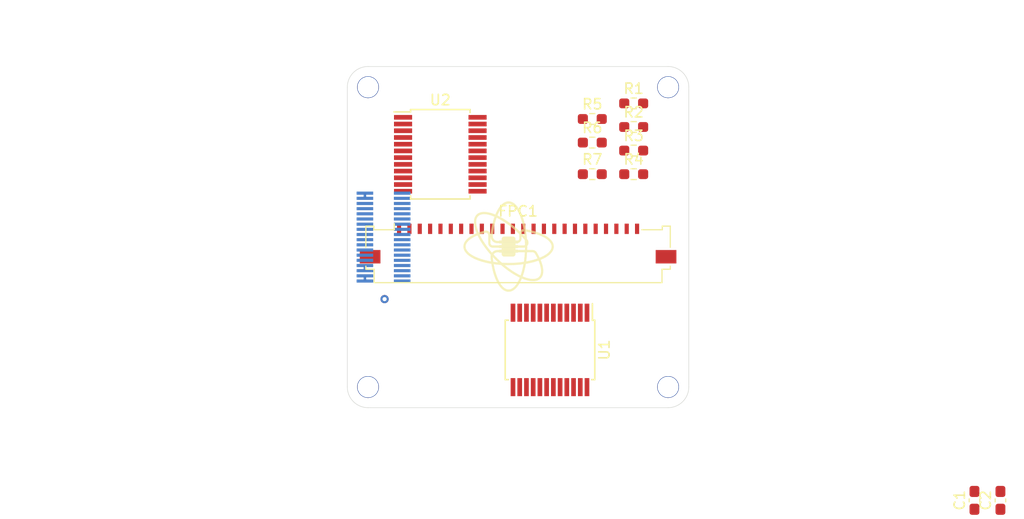
<source format=kicad_pcb>
(kicad_pcb (version 20221018) (generator pcbnew)
  (title_block (title "Movuino base shield") (date "2023-10-23") (rev "1.0") (company "Movuino"))
  (layers (0 "F.Cu" signal) (31 "B.Cu" signal) (34 "B.Paste" user) (35 "F.Paste" user) (36 "B.SilkS" user "B.Silkscreen") (37 "F.SilkS" user "F.Silkscreen") (38 "B.Mask" user) (39 "F.Mask" user) (44 "Edge.Cuts" user))
  (net 0 "")
  (net 1 "GND")
  (net 3 "+5V")
  (net 5 "/IO39")
  (net 6 "/BATT")
  (net 8 "/VBATT")
  (net 10 "/PB")
  (net 12 "/RESET")
  (net 13 "/IO32")
  (net 14 "/GPIO0")
  (net 15 "/IO33")
  (net 16 "/RXD")
  (net 17 "/IO25")
  (net 18 "/TXD")
  (net 19 "/IO26")
  (net 20 "/SCK")
  (net 21 "/IO27")
  (net 22 "/MOSI")
  (net 23 "/IO14")
  (net 24 "/MISO")
  (net 26 "/SDA")
  (net 27 "/IO12")
  (net 28 "/SCL")
  (net 30 "+3.3V")
  (net 32 "/IO5")
  (net 33 "/IO2")
  (net 35 "/COL6")
  (net 36 "/COL5")
  (net 37 "/COL4")
  (net 38 "/COL3")
  (net 39 "/COL2")
  (net 40 "/COL1")
  (net 41 "/COL0")
  (net 43 "/ROW7")
  (net 44 "/ROW6")
  (net 45 "/ROW5")
  (net 46 "/ROW4")
  (net 47 "/ROW3")
  (net 48 "/ROW2")
  (net 49 "/ROW1")
  (net 50 "/ROW0")
  (net 51 "/ROW14")
  (net 52 "/ROW13")
  (net 53 "/ROW12")
  (net 54 "/ROW11")
  (net 55 "/ROW10")
  (net 56 "/ROW9")
  (net 57 "/ROW8")
  (footprint "MountingHole:MountingHole_2.1mm" (layer "F.Cu") (at 122.000014 117.999986)
    (fp_text reference "REF**" hide)
    (fp_text value "MountingHole_2.1mm")
    (pad "" np_thru_hole circle (at 0 0) (size 2.1 2.1) (drill 2) (layers "*.Cu" "*.Mask"))
  )
  (footprint "MountingHole:MountingHole_2.1mm" (layer "F.Cu") (at 122.000014 88.999986)
    (fp_text reference "REF**" hide)
    (fp_text value "MountingHole_2.1mm")
    (pad "" np_thru_hole circle (at 0 0) (size 2.1 2.1) (drill 2) (layers "*.Cu" "B.Mask"))
  )
  (footprint "MovuinoESP8266:LOGO-NoName_MOVUINO_BMP_11MM-TOP" (layer "F.Cu") (at 135.20616 104.07452)
    (fp_text reference "U$8" hide)
    (fp_text value "LOGO_MOVUINOBOTTOM_11MM" hide)
  )
  (footprint "Resistor_SMD:R_0603_1608Metric_Pad0.98x0.95mm_HandSolder" (layer "F.Cu") (at 143.6733 97.4142)
    (fp_text reference "R7" (at 0 -1.43) (layer "F.SilkS"))
    (fp_text value "10k")
    (pad "1" smd roundrect (at -0.9125 0) (size 0.975 0.95) (layers "F.Cu" "F.Paste" "F.Mask") (net 1 "GND"))
    (pad "2" smd roundrect (at 0.9125 0) (size 0.975 0.95) (layers "F.Cu" "F.Paste" "F.Mask") (net 35 "/COL6"))
  )
  (footprint "Resistor_SMD:R_0603_1608Metric_Pad0.98x0.95mm_HandSolder" (layer "F.Cu") (at 143.6733 92.0762)
    (fp_text reference "R5" (at 0 -1.43) (layer "F.SilkS"))
    (fp_text value "10k")
    (pad "1" smd roundrect (at -0.9125 0) (size 0.975 0.95) (layers "F.Cu" "F.Paste" "F.Mask") (net 1 "GND"))
    (pad "2" smd roundrect (at 0.9125 0) (size 0.975 0.95) (layers "F.Cu" "F.Paste" "F.Mask") (net 37 "/COL4"))
  )
  (footprint "Resistor_SMD:R_0603_1608Metric_Pad0.98x0.95mm_HandSolder" (layer "F.Cu") (at 147.6733 95.1322)
    (fp_text reference "R3" (at 0 -1.43) (layer "F.SilkS"))
    (fp_text value "10k")
    (pad "1" smd roundrect (at -0.9125 0) (size 0.975 0.95) (layers "F.Cu" "F.Paste" "F.Mask") (net 1 "GND"))
    (pad "2" smd roundrect (at 0.9125 0) (size 0.975 0.95) (layers "F.Cu" "F.Paste" "F.Mask") (net 39 "/COL2"))
  )
  (footprint "Capacitor_SMD:C_0603_1608Metric_Pad1.08x0.95mm_HandSolder" (layer "F.Cu") (at 183.1158 128.9667 90)
    (fp_text reference "C2" (at 0 -1.43 90) (layer "F.SilkS"))
    (fp_text value "10µ")
    (pad "1" smd roundrect (at -0.8625 0 90) (size 1.075 0.95) (layers "F.Cu" "F.Paste" "F.Mask") (net 30 "+3.3V"))
    (pad "2" smd roundrect (at 0.8625 0 90) (size 1.075 0.95) (layers "F.Cu" "F.Paste" "F.Mask") (net 1 "GND"))
  )
  (footprint "Capacitor_SMD:C_0603_1608Metric_Pad1.08x0.95mm_HandSolder" (layer "F.Cu") (at 180.6058 128.9667 90)
    (fp_text reference "C1" (at 0 -1.43 90) (layer "F.SilkS"))
    (fp_text value "0.1µ")
    (pad "1" smd roundrect (at -0.8625 0 90) (size 1.075 0.95) (layers "F.Cu" "F.Paste" "F.Mask") (net 30 "+3.3V"))
    (pad "2" smd roundrect (at 0.8625 0 90) (size 1.075 0.95) (layers "F.Cu" "F.Paste" "F.Mask") (net 1 "GND"))
  )
  (footprint "Connector_FFC-FPC:Molex_200528-0240_1x24-1MP_P1.00mm_Horizontal" (layer "F.Cu") (at 136.5 103.61)
    (fp_text reference "FPC1" (at 0 -2.61) (layer "F.SilkS"))
    (fp_text value "Conn_01x24")
    (pad "1" smd rect (at -11.5 -0.91) (size 0.4 1) (layers "F.Cu" "F.Paste" "F.Mask"))
    (pad "2" smd rect (at -10.5 -0.91) (size 0.4 1) (layers "F.Cu" "F.Paste" "F.Mask") (net 50 "/ROW0"))
    (pad "3" smd rect (at -9.5 -0.91) (size 0.4 1) (layers "F.Cu" "F.Paste" "F.Mask") (net 49 "/ROW1"))
    (pad "4" smd rect (at -8.5 -0.91) (size 0.4 1) (layers "F.Cu" "F.Paste" "F.Mask") (net 48 "/ROW2"))
    (pad "5" smd rect (at -7.5 -0.91) (size 0.4 1) (layers "F.Cu" "F.Paste" "F.Mask") (net 47 "/ROW3"))
    (pad "6" smd rect (at -6.5 -0.91) (size 0.4 1) (layers "F.Cu" "F.Paste" "F.Mask") (net 46 "/ROW4"))
    (pad "7" smd rect (at -5.5 -0.91) (size 0.4 1) (layers "F.Cu" "F.Paste" "F.Mask") (net 45 "/ROW5"))
    (pad "8" smd rect (at -4.5 -0.91) (size 0.4 1) (layers "F.Cu" "F.Paste" "F.Mask") (net 44 "/ROW6"))
    (pad "9" smd rect (at -3.5 -0.91) (size 0.4 1) (layers "F.Cu" "F.Paste" "F.Mask") (net 43 "/ROW7"))
    (pad "10" smd rect (at -2.5 -0.91) (size 0.4 1) (layers "F.Cu" "F.Paste" "F.Mask") (net 57 "/ROW8"))
    (pad "11" smd rect (at -1.5 -0.91) (size 0.4 1) (layers "F.Cu" "F.Paste" "F.Mask") (net 56 "/ROW9"))
    (pad "12" smd rect (at -0.5 -0.91) (size 0.4 1) (layers "F.Cu" "F.Paste" "F.Mask") (net 55 "/ROW10"))
    (pad "13" smd rect (at 0.5 -0.91) (size 0.4 1) (layers "F.Cu" "F.Paste" "F.Mask") (net 54 "/ROW11"))
    (pad "14" smd rect (at 1.5 -0.91) (size 0.4 1) (layers "F.Cu" "F.Paste" "F.Mask") (net 53 "/ROW12"))
    (pad "15" smd rect (at 2.5 -0.91) (size 0.4 1) (layers "F.Cu" "F.Paste" "F.Mask") (net 52 "/ROW13"))
    (pad "16" smd rect (at 3.5 -0.91) (size 0.4 1) (layers "F.Cu" "F.Paste" "F.Mask") (net 51 "/ROW14"))
    (pad "17" smd rect (at 4.5 -0.91) (size 0.4 1) (layers "F.Cu" "F.Paste" "F.Mask") (net 35 "/COL6"))
    (pad "18" smd rect (at 5.5 -0.91) (size 0.4 1) (layers "F.Cu" "F.Paste" "F.Mask") (net 36 "/COL5"))
    (pad "19" smd rect (at 6.5 -0.91) (size 0.4 1) (layers "F.Cu" "F.Paste" "F.Mask") (net 37 "/COL4"))
    (pad "20" smd rect (at 7.5 -0.91) (size 0.4 1) (layers "F.Cu" "F.Paste" "F.Mask") (net 38 "/COL3"))
    (pad "21" smd rect (at 8.5 -0.91) (size 0.4 1) (layers "F.Cu" "F.Paste" "F.Mask") (net 39 "/COL2"))
    (pad "22" smd rect (at 9.5 -0.91) (size 0.4 1) (layers "F.Cu" "F.Paste" "F.Mask") (net 40 "/COL1"))
    (pad "23" smd rect (at 10.5 -0.91) (size 0.4 1) (layers "F.Cu" "F.Paste" "F.Mask") (net 41 "/COL0"))
    (pad "24" smd rect (at 11.5 -0.91) (size 0.4 1) (layers "F.Cu" "F.Paste" "F.Mask"))
    (pad "MP" smd rect (at -14.3 1.79) (size 2 1.3) (layers "F.Cu" "F.Paste" "F.Mask"))
    (pad "MP" smd rect (at 14.3 1.79) (size 2 1.3) (layers "F.Cu" "F.Paste" "F.Mask"))
  )
  (footprint "Resistor_SMD:R_0603_1608Metric_Pad0.98x0.95mm_HandSolder" (layer "F.Cu") (at 147.6733 90.5682)
    (fp_text reference "R1" (at 0 -1.43) (layer "F.SilkS"))
    (fp_text value "10k")
    (pad "1" smd roundrect (at -0.9125 0) (size 0.975 0.95) (layers "F.Cu" "F.Paste" "F.Mask") (net 1 "GND"))
    (pad "2" smd roundrect (at 0.9125 0) (size 0.975 0.95) (layers "F.Cu" "F.Paste" "F.Mask") (net 41 "/COL0"))
  )
  (footprint "Package_SO:SSOP-24_5.3x8.2mm_P0.65mm" (layer "F.Cu") (at 139.5858 114.4142 -90)
    (fp_text reference "U1" (at 0 -5.25 90) (layer "F.SilkS"))
    (fp_text value "CD74HC4067SM")
    (pad "1" smd rect (at -3.6 -3.575 270) (size 1.75 0.45) (layers "F.Cu" "F.Paste" "F.Mask") (net 5 "/IO39"))
    (pad "2" smd rect (at -3.6 -2.925 270) (size 1.75 0.45) (layers "F.Cu" "F.Paste" "F.Mask"))
    (pad "3" smd rect (at -3.6 -2.275 270) (size 1.75 0.45) (layers "F.Cu" "F.Paste" "F.Mask") (net 35 "/COL6"))
    (pad "4" smd rect (at -3.6 -1.625 270) (size 1.75 0.45) (layers "F.Cu" "F.Paste" "F.Mask") (net 36 "/COL5"))
    (pad "5" smd rect (at -3.6 -0.975 270) (size 1.75 0.45) (layers "F.Cu" "F.Paste" "F.Mask") (net 37 "/COL4"))
    (pad "6" smd rect (at -3.6 -0.325 270) (size 1.75 0.45) (layers "F.Cu" "F.Paste" "F.Mask") (net 38 "/COL3"))
    (pad "7" smd rect (at -3.6 0.325 270) (size 1.75 0.45) (layers "F.Cu" "F.Paste" "F.Mask") (net 39 "/COL2"))
    (pad "8" smd rect (at -3.6 0.975 270) (size 1.75 0.45) (layers "F.Cu" "F.Paste" "F.Mask") (net 40 "/COL1"))
    (pad "9" smd rect (at -3.6 1.625 270) (size 1.75 0.45) (layers "F.Cu" "F.Paste" "F.Mask") (net 41 "/COL0"))
    (pad "10" smd rect (at -3.6 2.275 270) (size 1.75 0.45) (layers "F.Cu" "F.Paste" "F.Mask") (net 13 "/IO32"))
    (pad "11" smd rect (at -3.6 2.925 270) (size 1.75 0.45) (layers "F.Cu" "F.Paste" "F.Mask") (net 15 "/IO33"))
    (pad "12" smd rect (at -3.6 3.575 270) (size 1.75 0.45) (layers "F.Cu" "F.Paste" "F.Mask") (net 1 "GND"))
    (pad "13" smd rect (at 3.6 3.575 270) (size 1.75 0.45) (layers "F.Cu" "F.Paste" "F.Mask") (net 19 "/IO26"))
    (pad "14" smd rect (at 3.6 2.925 270) (size 1.75 0.45) (layers "F.Cu" "F.Paste" "F.Mask") (net 17 "/IO25"))
    (pad "15" smd rect (at 3.6 2.275 270) (size 1.75 0.45) (layers "F.Cu" "F.Paste" "F.Mask") (net 1 "GND"))
    (pad "16" smd rect (at 3.6 1.625 270) (size 1.75 0.45) (layers "F.Cu" "F.Paste" "F.Mask"))
    (pad "17" smd rect (at 3.6 0.975 270) (size 1.75 0.45) (layers "F.Cu" "F.Paste" "F.Mask"))
    (pad "18" smd rect (at 3.6 0.325 270) (size 1.75 0.45) (layers "F.Cu" "F.Paste" "F.Mask"))
    (pad "19" smd rect (at 3.6 -0.325 270) (size 1.75 0.45) (layers "F.Cu" "F.Paste" "F.Mask"))
    (pad "20" smd rect (at 3.6 -0.975 270) (size 1.75 0.45) (layers "F.Cu" "F.Paste" "F.Mask"))
    (pad "21" smd rect (at 3.6 -1.625 270) (size 1.75 0.45) (layers "F.Cu" "F.Paste" "F.Mask"))
    (pad "22" smd rect (at 3.6 -2.275 270) (size 1.75 0.45) (layers "F.Cu" "F.Paste" "F.Mask"))
    (pad "23" smd rect (at 3.6 -2.925 270) (size 1.75 0.45) (layers "F.Cu" "F.Paste" "F.Mask"))
    (pad "24" smd rect (at 3.6 -3.575 270) (size 1.75 0.45) (layers "F.Cu" "F.Paste" "F.Mask") (net 30 "+3.3V"))
  )
  (footprint "Resistor_SMD:R_0603_1608Metric_Pad0.98x0.95mm_HandSolder" (layer "F.Cu") (at 147.6733 92.8502)
    (fp_text reference "R2" (at 0 -1.43) (layer "F.SilkS"))
    (fp_text value "10k")
    (pad "1" smd roundrect (at -0.9125 0) (size 0.975 0.95) (layers "F.Cu" "F.Paste" "F.Mask") (net 1 "GND"))
    (pad "2" smd roundrect (at 0.9125 0) (size 0.975 0.95) (layers "F.Cu" "F.Paste" "F.Mask") (net 40 "/COL1"))
  )
  (footprint "Resistor_SMD:R_0603_1608Metric_Pad0.98x0.95mm_HandSolder" (layer "F.Cu") (at 143.6733 94.3582)
    (fp_text reference "R6" (at 0 -1.43) (layer "F.SilkS"))
    (fp_text value "10k")
    (pad "1" smd roundrect (at -0.9125 0) (size 0.975 0.95) (layers "F.Cu" "F.Paste" "F.Mask") (net 1 "GND"))
    (pad "2" smd roundrect (at 0.9125 0) (size 0.975 0.95) (layers "F.Cu" "F.Paste" "F.Mask") (net 36 "/COL5"))
  )
  (footprint "" (layer "F.Cu") (at 151.000014 117.999986)
    (fp_text reference "" (at 0 0) (layer "F.SilkS") (effects (font (size 1.27 1.27))))
    (fp_text value "" (at 0 0) (layer "F.SilkS") (effects (font (size 1.27 1.27))))
    (pad "" np_thru_hole circle (at 0 0) (size 2.1 2.1) (drill 2) (layers "*.Cu" "*.Mask"))
  )
  (footprint "" (layer "F.Cu") (at 122.000014 88.999986)
    (fp_text reference "" (at 0 0) (layer "F.SilkS") (effects (font (size 1.27 1.27))))
    (fp_text value "" (at 0 0) (layer "F.SilkS") (effects (font (size 1.27 1.27))))
    (pad "" np_thru_hole circle (at 29 0) (size 2.1 2.1) (drill 2) (layers "*.Cu" "B.Mask"))
  )
  (footprint "Package_SO:SSOP-24_5.3x8.2mm_P0.65mm" (layer "F.Cu") (at 128.9858 95.4892)
    (fp_text reference "U2" (at 0 -5.25) (layer "F.SilkS"))
    (fp_text value "CD74HC4067SM")
    (pad "1" smd rect (at -3.6 -3.575) (size 1.75 0.45) (layers "F.Cu" "F.Paste" "F.Mask") (net 33 "/IO2"))
    (pad "2" smd rect (at -3.6 -2.925) (size 1.75 0.45) (layers "F.Cu" "F.Paste" "F.Mask") (net 43 "/ROW7"))
    (pad "3" smd rect (at -3.6 -2.275) (size 1.75 0.45) (layers "F.Cu" "F.Paste" "F.Mask") (net 44 "/ROW6"))
    (pad "4" smd rect (at -3.6 -1.625) (size 1.75 0.45) (layers "F.Cu" "F.Paste" "F.Mask") (net 45 "/ROW5"))
    (pad "5" smd rect (at -3.6 -0.975) (size 1.75 0.45) (layers "F.Cu" "F.Paste" "F.Mask") (net 46 "/ROW4"))
    (pad "6" smd rect (at -3.6 -0.325) (size 1.75 0.45) (layers "F.Cu" "F.Paste" "F.Mask") (net 47 "/ROW3"))
    (pad "7" smd rect (at -3.6 0.325) (size 1.75 0.45) (layers "F.Cu" "F.Paste" "F.Mask") (net 48 "/ROW2"))
    (pad "8" smd rect (at -3.6 0.975) (size 1.75 0.45) (layers "F.Cu" "F.Paste" "F.Mask") (net 49 "/ROW1"))
    (pad "9" smd rect (at -3.6 1.625) (size 1.75 0.45) (layers "F.Cu" "F.Paste" "F.Mask") (net 50 "/ROW0"))
    (pad "10" smd rect (at -3.6 2.275) (size 1.75 0.45) (layers "F.Cu" "F.Paste" "F.Mask") (net 21 "/IO27"))
    (pad "11" smd rect (at -3.6 2.925) (size 1.75 0.45) (layers "F.Cu" "F.Paste" "F.Mask") (net 23 "/IO14"))
    (pad "12" smd rect (at -3.6 3.575) (size 1.75 0.45) (layers "F.Cu" "F.Paste" "F.Mask") (net 1 "GND"))
    (pad "13" smd rect (at 3.6 3.575) (size 1.75 0.45) (layers "F.Cu" "F.Paste" "F.Mask") (net 32 "/IO5"))
    (pad "14" smd rect (at 3.6 2.925) (size 1.75 0.45) (layers "F.Cu" "F.Paste" "F.Mask") (net 27 "/IO12"))
    (pad "15" smd rect (at 3.6 2.275) (size 1.75 0.45) (layers "F.Cu" "F.Paste" "F.Mask") (net 1 "GND"))
    (pad "16" smd rect (at 3.6 1.625) (size 1.75 0.45) (layers "F.Cu" "F.Paste" "F.Mask"))
    (pad "17" smd rect (at 3.6 0.975) (size 1.75 0.45) (layers "F.Cu" "F.Paste" "F.Mask") (net 51 "/ROW14"))
    (pad "18" smd rect (at 3.6 0.325) (size 1.75 0.45) (layers "F.Cu" "F.Paste" "F.Mask") (net 52 "/ROW13"))
    (pad "19" smd rect (at 3.6 -0.325) (size 1.75 0.45) (layers "F.Cu" "F.Paste" "F.Mask") (net 53 "/ROW12"))
    (pad "20" smd rect (at 3.6 -0.975) (size 1.75 0.45) (layers "F.Cu" "F.Paste" "F.Mask") (net 54 "/ROW11"))
    (pad "21" smd rect (at 3.6 -1.625) (size 1.75 0.45) (layers "F.Cu" "F.Paste" "F.Mask") (net 55 "/ROW10"))
    (pad "22" smd rect (at 3.6 -2.275) (size 1.75 0.45) (layers "F.Cu" "F.Paste" "F.Mask") (net 56 "/ROW9"))
    (pad "23" smd rect (at 3.6 -2.925) (size 1.75 0.45) (layers "F.Cu" "F.Paste" "F.Mask") (net 57 "/ROW8"))
    (pad "24" smd rect (at 3.6 -3.575) (size 1.75 0.45) (layers "F.Cu" "F.Paste" "F.Mask") (net 30 "+3.3V"))
  )
  (footprint "Resistor_SMD:R_0603_1608Metric_Pad0.98x0.95mm_HandSolder" (layer "F.Cu") (at 147.6733 97.4142)
    (fp_text reference "R4" (at 0 -1.43) (layer "F.SilkS"))
    (fp_text value "10k")
    (pad "1" smd roundrect (at -0.9125 0) (size 0.975 0.95) (layers "F.Cu" "F.Paste" "F.Mask") (net 1 "GND"))
    (pad "2" smd roundrect (at 0.9125 0) (size 0.975 0.95) (layers "F.Cu" "F.Paste" "F.Mask") (net 38 "/COL3"))
  )
  (footprint "MovuinoESP8266:DF12-36-DP-NL" (layer "B.Cu") (at 123.500014 103.499986 -90)
    (fp_text reference "BOTTOM_DF12" hide)
    (fp_text value "DF12-36NOLEGS-MALE" hide)
    (pad "" np_thru_hole circle (at -5.3 1.5 270) (size 0.7 0.7) (drill 0.7) (layers "*.Cu" "*.Mask"))
    (pad "" np_thru_hole circle (at 5.3 1.5 270) (size 0.7 0.7) (drill 0.7) (layers "*.Cu" "*.Mask"))
    (pad "1" smd rect (at -4.25 -1.8001 270) (size 0.3 1.6) (layers "B.Cu" "B.Mask"))
    (pad "2" smd rect (at -4.25 1.8001 270) (size 0.3 1.6) (layers "B.Cu" "B.Mask") (net 3 "+5V"))
    (pad "3" smd rect (at -3.75 -1.8001 270) (size 0.3 1.6) (layers "B.Cu" "B.Mask"))
    (pad "4" smd rect (at -3.75 1.8001 270) (size 0.3 1.6) (layers "B.Cu" "B.Mask") (net 3 "+5V"))
    (pad "5" smd rect (at -3.25 -1.8001 270) (size 0.3 1.6) (layers "B.Cu" "B.Mask") (net 5 "/IO39"))
    (pad "6" smd rect (at -3.25 1.8001 270) (size 0.3 1.6) (layers "B.Cu" "B.Mask") (net 6 "/BATT"))
    (pad "7" smd rect (at -2.75 -1.8001 270) (size 0.3 1.6) (layers "B.Cu" "B.Mask"))
    (pad "8" smd rect (at -2.75 1.8001 270) (size 0.3 1.6) (layers "B.Cu" "B.Mask") (net 8 "/VBATT"))
    (pad "9" smd rect (at -2.25 -1.8001 270) (size 0.3 1.6) (layers "B.Cu" "B.Mask"))
    (pad "10" smd rect (at -2.25 1.8001 270) (size 0.3 1.6) (layers "B.Cu" "B.Mask") (net 10 "/PB"))
    (pad "11" smd rect (at -1.75 -1.8001 270) (size 0.3 1.6) (layers "B.Cu" "B.Mask"))
    (pad "12" smd rect (at -1.75 1.8001 270) (size 0.3 1.6) (layers "B.Cu" "B.Mask") (net 12 "/RESET"))
    (pad "13" smd rect (at -1.25 -1.8001 270) (size 0.3 1.6) (layers "B.Cu" "B.Mask") (net 13 "/IO32"))
    (pad "14" smd rect (at -1.25 1.8001 270) (size 0.3 1.6) (layers "B.Cu" "B.Mask") (net 14 "/GPIO0"))
    (pad "15" smd rect (at -0.75 -1.8001 270) (size 0.3 1.6) (layers "B.Cu" "B.Mask") (net 15 "/IO33"))
    (pad "16" smd rect (at -0.75 1.8001 270) (size 0.3 1.6) (layers "B.Cu" "B.Mask") (net 16 "/RXD"))
    (pad "17" smd rect (at -0.25 -1.8001 270) (size 0.3 1.6) (layers "B.Cu" "B.Mask") (net 17 "/IO25"))
    (pad "18" smd rect (at -0.25 1.8001 270) (size 0.3 1.6) (layers "B.Cu" "B.Mask") (net 18 "/TXD"))
    (pad "19" smd rect (at 0.25 -1.8001 270) (size 0.3 1.6) (layers "B.Cu" "B.Mask") (net 19 "/IO26"))
    (pad "20" smd rect (at 0.25 1.8001 270) (size 0.3 1.6) (layers "B.Cu" "B.Mask") (net 20 "/SCK"))
    (pad "21" smd rect (at 0.75 -1.8001 270) (size 0.3 1.6) (layers "B.Cu" "B.Mask") (net 21 "/IO27"))
    (pad "22" smd rect (at 0.75 1.8001 270) (size 0.3 1.6) (layers "B.Cu" "B.Mask") (net 22 "/MOSI"))
    (pad "23" smd rect (at 1.25 -1.8001 270) (size 0.3 1.6) (layers "B.Cu" "B.Mask") (net 23 "/IO14"))
    (pad "24" smd rect (at 1.25 1.8001 270) (size 0.3 1.6) (layers "B.Cu" "B.Mask") (net 24 "/MISO"))
    (pad "25" smd rect (at 1.75 -1.8001 270) (size 0.3 1.6) (layers "B.Cu" "B.Mask"))
    (pad "26" smd rect (at 1.75 1.8001 270) (size 0.3 1.6) (layers "B.Cu" "B.Mask") (net 26 "/SDA"))
    (pad "27" smd rect (at 2.25 -1.8001 270) (size 0.3 1.6) (layers "B.Cu" "B.Mask") (net 27 "/IO12"))
    (pad "28" smd rect (at 2.25 1.8001 270) (size 0.3 1.6) (layers "B.Cu" "B.Mask") (net 28 "/SCL"))
    (pad "29" smd rect (at 2.75 -1.8001 270) (size 0.3 1.6) (layers "B.Cu" "B.Mask"))
    (pad "30" smd rect (at 2.75 1.8001 270) (size 0.3 1.6) (layers "B.Cu" "B.Mask") (net 30 "+3.3V"))
    (pad "31" smd rect (at 3.25 -1.8001 270) (size 0.3 1.6) (layers "B.Cu" "B.Mask"))
    (pad "32" smd rect (at 3.25 1.8001 270) (size 0.3 1.6) (layers "B.Cu" "B.Mask") (net 30 "+3.3V"))
    (pad "33" smd rect (at 3.75 -1.8001 270) (size 0.3 1.6) (layers "B.Cu" "B.Mask") (net 32 "/IO5"))
    (pad "34" smd rect (at 3.75 1.8001 270) (size 0.3 1.6) (layers "B.Cu" "B.Mask") (net 1 "GND"))
    (pad "35" smd rect (at 4.25 -1.8001 270) (size 0.3 1.6) (layers "B.Cu" "B.Mask") (net 33 "/IO2"))
    (pad "36" smd rect (at 4.25 1.8001 270) (size 0.3 1.6) (layers "B.Cu" "B.Mask") (net 1 "GND"))
  )
  (gr_line (start 122.000014 86.999986) (end 151.000014 86.999986) (stroke (width 0.05)) (layer "Edge.Cuts"))
  (gr_line (start 153.000014 88.999986) (end 153.000014 117.999986) (stroke (width 0.05)) (layer "Edge.Cuts"))
  (gr_arc (start 151.000014 86.999986) (mid 152.414228 87.585772) (end 153.000014 88.999986) (stroke (width 0.05)) (layer "Edge.Cuts"))
  (gr_arc (start 153.000014 117.999986) (mid 152.414228 119.4142) (end 151.000014 119.999986) (stroke (width 0.05)) (layer "Edge.Cuts"))
  (gr_line (start 120.000014 88.999986) (end 120.000014 117.999986) (stroke (width 0.05)) (layer "Edge.Cuts"))
  (gr_arc (start 120.000014 88.999986) (mid 120.5858 87.585772) (end 122.000014 86.999986) (stroke (width 0.05)) (layer "Edge.Cuts"))
  (gr_arc (start 122.000014 119.999986) (mid 120.5858 119.4142) (end 120.000014 117.999986) (stroke (width 0.05)) (layer "Edge.Cuts"))
  (gr_line (start 151.000014 119.999986) (end 122.000014 119.999986) (stroke (width 0.05)) (layer "Edge.Cuts"))
  (via (at 123.600014 109.499986) (size 0.8) (drill 0.4) (layers "F.Cu" "B.Cu") (net 1))
  (segment (start 121.699914 107.249986) (end 121.699914 107.749986) (width 0.25) (layer "B.Cu") (net 1))
  (segment (start 121.699914 99.249986) (end 121.699914 99.749986) (width 0.25) (layer "B.Cu") (net 3))
  (segment (start 121.699914 106.749986) (end 121.699914 106.249986) (width 0.25) (layer "B.Cu") (net 30))
)
</source>
